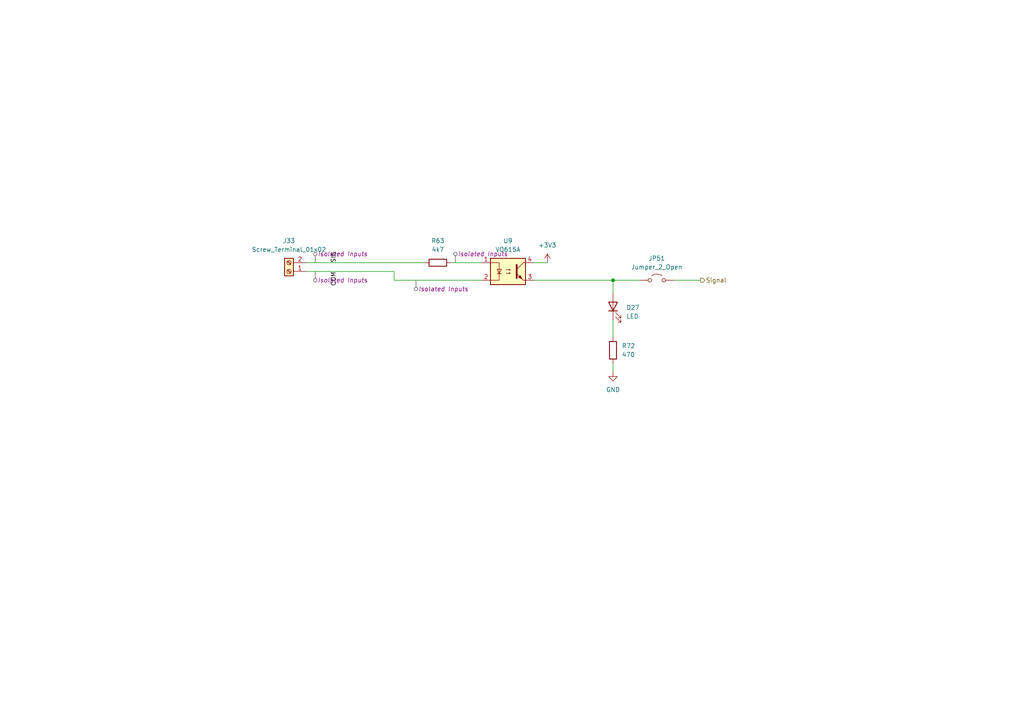
<source format=kicad_sch>
(kicad_sch (version 20231120) (generator "eeschema") (generator_version "8.0")
  (paper "A4")
  (lib_symbols
    (symbol "Connector:Screw_Terminal_01x02" (pin_names (offset 1.016) hide)
      (property "Reference" "J" (at 0 2.54 0))
      (property "Value" "Screw_Terminal_01x02" (at 0 -5.08 0))
      (symbol "Screw_Terminal_01x02_1_1"
        (rectangle (start -1.27 1.27) (end 1.27 -3.81) (stroke (width 0.254)) (fill (type background)))
        (circle (center 0 -2.54) (radius 0.635) (stroke (width 0.1524)))
        (polyline (pts (xy -0.5334 -2.2098) (xy 0.3302 -3.048)) (stroke (width 0.1524)))
        (polyline (pts (xy -0.5334 0.3302) (xy 0.3302 -0.508)) (stroke (width 0.1524)))
        (polyline (pts (xy -0.3556 -2.032) (xy 0.508 -2.8702)) (stroke (width 0.1524)))
        (polyline (pts (xy -0.3556 0.508) (xy 0.508 -0.3302)) (stroke (width 0.1524)))
        (circle (center 0 0) (radius 0.635) (stroke (width 0.1524)))
        (pin passive line (at -5.08 0 0) (length 3.81) (name "Pin_1") (number "1"))
        (pin passive line (at -5.08 -2.54 0) (length 3.81) (name "Pin_2") (number "2"))
      )
    )
    (symbol "Device:LED" (pin_numbers hide) (pin_names (offset 1.016) hide)
      (property "Reference" "D" (at 0 2.54 0))
      (property "Value" "LED" (at 0 -2.54 0))
      (symbol "LED_0_1"
        (polyline (pts (xy -1.27 -1.27) (xy -1.27 1.27)) (stroke (width 0.254)))
        (polyline (pts (xy -1.27 0) (xy 1.27 0)))
        (polyline (pts (xy 1.27 -1.27) (xy 1.27 1.27) (xy -1.27 0) (xy 1.27 -1.27)) (stroke (width 0.254)))
        (polyline (pts (xy -3.048 -0.762) (xy -4.572 -2.286) (xy -3.81 -2.286) (xy -4.572 -2.286) (xy -4.572 -1.524)))
        (polyline (pts (xy -1.778 -0.762) (xy -3.302 -2.286) (xy -2.54 -2.286) (xy -3.302 -2.286) (xy -3.302 -1.524)))
      )
      (symbol "LED_1_1"
        (pin passive line (at -3.81 0 0) (length 2.54) (name "K") (number "1"))
        (pin passive line (at 3.81 0 180) (length 2.54) (name "A") (number "2"))
      )
    )
    (symbol "Device:R" (pin_numbers hide) (pin_names (offset 0))
      (property "Reference" "R" (at 2.032 0 90))
      (property "Value" "R" (at 0 0 90))
      (symbol "R_0_1"
        (rectangle (start -1.016 -2.54) (end 1.016 2.54) (stroke (width 0.254)))
      )
      (symbol "R_1_1"
        (pin passive line (at 0 3.81 270) (length 1.27) (name "~") (number "1"))
        (pin passive line (at 0 -3.81 90) (length 1.27) (name "~") (number "2"))
      )
    )
    (symbol "Isolator:VO615A" (pin_names (offset 0.762))
      (property "Reference" "U" (at 0 7.62 0))
      (property "Value" "VO615A" (at 0 5.08 0))
      (symbol "VO615A_0_1"
        (rectangle (start -5.08 3.81) (end 5.08 -3.81) (stroke (width 0.254)) (fill (type background)))
        (polyline (pts (xy -3.175 -0.635) (xy -1.905 -0.635)))
        (polyline (pts (xy 2.54 0.635) (xy 4.445 2.54)))
        (polyline (pts (xy 4.445 -2.54) (xy 2.54 -0.635)) (fill (type outline)))
        (polyline (pts (xy 4.445 -2.54) (xy 5.08 -2.54)))
        (polyline (pts (xy 4.445 2.54) (xy 5.08 2.54)))
        (polyline (pts (xy 2.54 1.905) (xy 2.54 -1.905) (xy 2.54 -1.905)) (stroke (width 0.508)))
        (polyline (pts (xy -5.08 2.54) (xy -2.54 2.54) (xy -2.54 -2.54) (xy -5.08 -2.54)))
        (polyline (pts (xy -2.54 -0.635) (xy -3.175 0.635) (xy -1.905 0.635) (xy -2.54 -0.635)))
        (polyline (pts (xy -0.508 -0.508) (xy 0.762 -0.508) (xy 0.381 -0.635) (xy 0.381 -0.381) (xy 0.762 -0.508)))
        (polyline (pts (xy -0.508 0.508) (xy 0.762 0.508) (xy 0.381 0.381) (xy 0.381 0.635) (xy 0.762 0.508)))
        (polyline (pts (xy 3.048 -1.651) (xy 3.556 -1.143) (xy 4.064 -2.159) (xy 3.048 -1.651) (xy 3.048 -1.651)) (fill (type outline)))
      )
      (symbol "VO615A_1_1"
        (pin passive line (at -7.62 2.54 0) (length 2.54) (name "~") (number "1"))
        (pin passive line (at -7.62 -2.54 0) (length 2.54) (name "~") (number "2"))
        (pin passive line (at 7.62 -2.54 180) (length 2.54) (name "~") (number "3"))
        (pin passive line (at 7.62 2.54 180) (length 2.54) (name "~") (number "4"))
      )
    )
    (symbol "Jumper:Jumper_2_Open" (pin_numbers hide) (pin_names (offset 0) hide) (exclude_from_sim yes)
      (property "Reference" "JP" (at 0 2.794 0))
      (property "Value" "Jumper_2_Open" (at 0 -2.286 0))
      (symbol "Jumper_2_Open_0_0"
        (circle (center -2.032 0) (radius 0.508))
        (circle (center 2.032 0) (radius 0.508))
      )
      (symbol "Jumper_2_Open_0_1"
        (arc (start 1.524 1.27) (mid 0 1.778) (end -1.524 1.27))
      )
      (symbol "Jumper_2_Open_1_1"
        (pin passive line (at -5.08 0 0) (length 2.54) (name "A") (number "1"))
        (pin passive line (at 5.08 0 180) (length 2.54) (name "B") (number "2"))
      )
    )
    (symbol "power:+3V3" (power) (pin_numbers hide) (pin_names (offset 0) hide)
      (property "Value" "+3V3" (at 0 3.556 0))
      (symbol "+3V3_0_1"
        (polyline (pts (xy -0.762 1.27) (xy 0 2.54)))
        (polyline (pts (xy 0 0) (xy 0 2.54)))
        (polyline (pts (xy 0 2.54) (xy 0.762 1.27)))
      )
      (symbol "+3V3_1_1"
        (pin power_in line (at 0 0 90) (length 0) (name "~") (number "1"))
      )
    )
    (symbol "power:GND" (power) (pin_numbers hide) (pin_names (offset 0) hide)
      (property "Value" "GND" (at 0 -3.81 0))
      (symbol "GND_0_1"
        (polyline (pts (xy 0 0) (xy 0 -1.27) (xy 1.27 -1.27) (xy 0 -2.54) (xy -1.27 -1.27) (xy 0 -1.27)))
      )
      (symbol "GND_1_1"
        (pin power_in line (at 0 0 270) (length 0) (name "~") (number "1"))
      )
    )
  )
  (junction (at 177.8 81.28))
  (wire (pts (xy 88.9 78.74) (xy 114.3 78.74)))
  (wire (pts (xy 177.8 81.28) (xy 185.42 81.28)))
  (wire (pts (xy 154.94 81.28) (xy 177.8 81.28)))
  (wire (pts (xy 154.94 76.2) (xy 158.75 76.2)))
  (wire (pts (xy 177.8 81.28) (xy 177.8 85.09)))
  (wire (pts (xy 177.8 105.41) (xy 177.8 107.95)))
  (wire (pts (xy 195.58 81.28) (xy 203.2 81.28)))
  (wire (pts (xy 114.3 81.28) (xy 139.7 81.28)))
  (wire (pts (xy 114.3 78.74) (xy 114.3 81.28)))
  (wire (pts (xy 177.8 92.71) (xy 177.8 97.79)))
  (wire (pts (xy 88.9 76.2) (xy 123.19 76.2)))
  (wire (pts (xy 130.81 76.2) (xy 139.7 76.2)))
  (label "COM" (at 97.79 78.74 270))
  (label "SIG" (at 97.79 76.2 90))
  (hierarchical_label "Signal" (shape output) (at 203.2 81.28 0))
  (netclass_flag "" (length 2.54) (shape round) (at 132.08 76.2 0) (property "Netclass" "Isolated Inputs" (at 132.7785 73.66 0) (effects (font (italic yes)) (justify left))))
  (netclass_flag "" (length 2.54) (shape round) (at 91.44 76.2 0) (property "Netclass" "Isolated Inputs" (at 92.1385 73.66 0) (effects (font (italic yes)) (justify left))))
  (netclass_flag "" (length 2.54) (shape round) (at 120.65 81.28 180) (property "Netclass" "Isolated Inputs" (at 121.3485 83.82 0) (effects (font (italic yes)) (justify left))))
  (netclass_flag "" (length 2.54) (shape round) (at 91.44 78.74 180) (property "Netclass" "Isolated Inputs" (at 92.1385 81.28 0) (effects (font (italic yes)) (justify left))))
  (symbol (lib_id "Jumper:Jumper_2_Open") (at 190.5 81.28 0) (unit 1) (exclude_from_sim yes)
    (property "Reference" "JP51" (at 190.5 74.93 0))
    (property "Value" "Jumper_2_Open" (at 190.5 77.47 0))
    (property "Footprint" "TestPoint:TestPoint_2Pads_Pitch2.54mm_Drill0.8mm" (effects (hide yes)))
    (property "Description" "Jumper, 2-pole, open" (effects (hide yes)))
    (instances (project "" (path "" (reference "JP51") (unit 1)) (path "" (reference "JP41") (unit 1)) (path "" (reference "JP48") (unit 1)) (path "" (reference "JP42") (unit 1)) (path "" (reference "JP47") (unit 1)) (path "" (reference "JP45") (unit 1)) (path "" (reference "JP50") (unit 1)) (path "" (reference "JP44") (unit 1))))
  )
  (symbol (lib_id "power:GND") (at 177.8 107.95 0) (unit 1)
    (property "Reference" "#PWR0131" (effects (hide yes)))
    (property "Value" "GND" (at 177.8 113.03 0))
    (property "Description" "Power symbol creates a global label with name \"GND\" , ground" (effects (hide yes)))
    (instances (project "pico-plc" (path "" (reference "#PWR0131") (unit 1)) (path "" (reference "#PWR0103") (unit 1)) (path "" (reference "#PWR0123") (unit 1)) (path "" (reference "#PWR0107") (unit 1)) (path "" (reference "#PWR0119") (unit 1)) (path "" (reference "#PWR0115") (unit 1)) (path "" (reference "#PWR0127") (unit 1)) (path "" (reference "#PWR0111") (unit 1))))
  )
  (symbol (lib_id "Device:R") (at 177.8 101.6 0) (unit 1)
    (property "Reference" "R72" (at 180.34 100.3299 0) (effects (justify left)))
    (property "Value" "470" (at 180.34 102.8699 0) (effects (justify left)))
    (property "Footprint" "Resistor_SMD:R_0805_2012Metric_Pad1.20x1.40mm_HandSolder" (effects (hide yes)))
    (property "Description" "Resistor" (effects (hide yes)))
    (instances (project "" (path "" (reference "R72") (unit 1)) (path "" (reference "R65") (unit 1)) (path "" (reference "R70") (unit 1)) (path "" (reference "R66") (unit 1)) (path "" (reference "R69") (unit 1)) (path "" (reference "R68") (unit 1)) (path "" (reference "R71") (unit 1)) (path "" (reference "R67") (unit 1))))
  )
  (symbol (lib_id "power:+3V3") (at 158.75 76.2 0) (unit 1)
    (property "Reference" "#PWR0130" (effects (hide yes)))
    (property "Value" "+3V3" (at 158.75 71.12 0))
    (property "Description" "Power symbol creates a global label with name \"+3V3\"" (effects (hide yes)))
    (instances (project "pico-plc" (path "" (reference "#PWR0130") (unit 1)) (path "" (reference "#PWR0102") (unit 1)) (path "" (reference "#PWR0122") (unit 1)) (path "" (reference "#PWR0106") (unit 1)) (path "" (reference "#PWR0118") (unit 1)) (path "" (reference "#PWR0114") (unit 1)) (path "" (reference "#PWR0126") (unit 1)) (path "" (reference "#PWR0110") (unit 1))))
  )
  (symbol (lib_id "Connector:Screw_Terminal_01x02") (at 83.82 78.74 180) (unit 1)
    (property "Reference" "J33" (at 83.82 69.85 0))
    (property "Value" "Screw_Terminal_01x02" (at 83.82 72.39 0))
    (property "Footprint" "Conn_ScrewTerminals:ED5552DS" (effects (hide yes)))
    (property "Description" "Generic screw terminal, single row, 01x02, script generated (kicad-library-utils/schlib/autogen/connector/)" (effects (hide yes)))
    (instances (project "pico-plc" (path "" (reference "J33") (unit 1)) (path "" (reference "J26") (unit 1)) (path "" (reference "J31") (unit 1)) (path "" (reference "J27") (unit 1)) (path "" (reference "J30") (unit 1)) (path "" (reference "J29") (unit 1)) (path "" (reference "J32") (unit 1)) (path "" (reference "J28") (unit 1))))
  )
  (symbol (lib_id "Device:R") (at 127 76.2 90) (unit 1)
    (property "Reference" "R63" (at 127 69.85 90))
    (property "Value" "4k7" (at 127 72.39 90))
    (property "Footprint" "Resistor_SMD:R_0805_2012Metric_Pad1.20x1.40mm_HandSolder" (effects (hide yes)))
    (property "Description" "Resistor" (effects (hide yes)))
    (instances (project "pico-plc" (path "" (reference "R63") (unit 1)) (path "" (reference "R49") (unit 1)) (path "" (reference "R59") (unit 1)) (path "" (reference "R51") (unit 1)) (path "" (reference "R57") (unit 1)) (path "" (reference "R55") (unit 1)) (path "" (reference "R61") (unit 1)) (path "" (reference "R53") (unit 1))))
  )
  (symbol (lib_id "Isolator:VO615A") (at 147.32 78.74 0) (unit 1)
    (property "Reference" "U9" (at 147.32 69.85 0))
    (property "Value" "VO615A" (at 147.32 72.39 0))
    (property "Footprint" "Package_DIP:SMDIP-4_W7.62mm" (effects (hide yes)))
    (property "Datasheet" "http://www.vishay.com/docs/81753/vo615a.pdf" (effects (hide yes)))
    (property "Description" "DC Optocoupler, Vce 70V, CTR 50-600% @ 5mA, Viso 5000Vrms, DIP4" (effects (hide yes)))
    (instances (project "pico-plc" (path "" (reference "U9") (unit 1)) (path "" (reference "U2") (unit 1)) (path "" (reference "U7") (unit 1)) (path "" (reference "U3") (unit 1)) (path "" (reference "U6") (unit 1)) (path "" (reference "U5") (unit 1)) (path "" (reference "U8") (unit 1)) (path "" (reference "U4") (unit 1))))
  )
  (symbol (lib_id "Device:LED") (at 177.8 88.9 90) (unit 1)
    (property "Reference" "D27" (at 181.61 89.2174 90) (effects (justify right)))
    (property "Value" "LED" (at 181.61 91.7574 90) (effects (justify right)))
    (property "Footprint" "LED_SMD:LED_1206_3216Metric_Pad1.42x1.75mm_HandSolder" (effects (hide yes)))
    (property "Description" "Light emitting diode" (effects (hide yes)))
    (instances (project "" (path "" (reference "D27") (unit 1)) (path "" (reference "D20") (unit 1)) (path "" (reference "D25") (unit 1)) (path "" (reference "D21") (unit 1)) (path "" (reference "D24") (unit 1)) (path "" (reference "D23") (unit 1)) (path "" (reference "D26") (unit 1)) (path "" (reference "D22") (unit 1))))
  )
)
</source>
